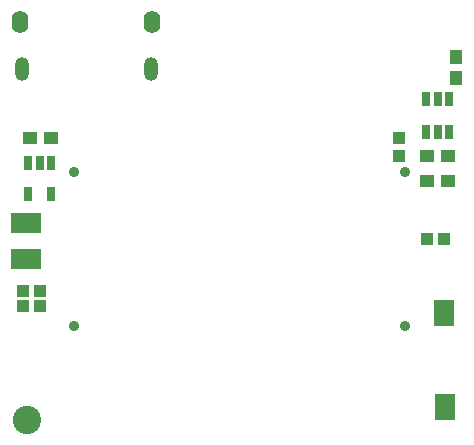
<source format=gts>
G04*
G04 #@! TF.GenerationSoftware,Altium Limited,Altium Designer,21.5.1 (32)*
G04*
G04 Layer_Color=8388736*
%FSLAX25Y25*%
%MOIN*%
G70*
G04*
G04 #@! TF.SameCoordinates,038A9873-0345-4B3A-900E-8F7FEBA65CAA*
G04*
G04*
G04 #@! TF.FilePolarity,Negative*
G04*
G01*
G75*
%ADD23R,0.06706X0.08674*%
%ADD24R,0.03950X0.04147*%
%ADD25R,0.04600X0.04300*%
%ADD26R,0.04300X0.04600*%
%ADD27R,0.02572X0.04737*%
%ADD28R,0.04147X0.03950*%
%ADD29R,0.09855X0.07099*%
%ADD30R,0.02965X0.04737*%
%ADD31C,0.03556*%
%ADD32C,0.09461*%
%ADD33O,0.04737X0.07887*%
%ADD34O,0.05524X0.07493*%
D23*
X147100Y43600D02*
D03*
X147178Y12369D02*
D03*
D24*
X12374Y50952D02*
D03*
X6625D02*
D03*
X141426Y68300D02*
D03*
X147174D02*
D03*
X6601Y45960D02*
D03*
X12349D02*
D03*
D25*
X141500Y87700D02*
D03*
X148400D02*
D03*
X141500Y96100D02*
D03*
X148400D02*
D03*
X9000Y102000D02*
D03*
X15900D02*
D03*
D26*
X151100Y121900D02*
D03*
Y128800D02*
D03*
D27*
X148640Y114900D02*
D03*
X144900Y114900D02*
D03*
X141160D02*
D03*
X141160Y103900D02*
D03*
X144900D02*
D03*
X148640D02*
D03*
D28*
X132100Y96100D02*
D03*
Y101848D02*
D03*
D29*
X7700Y73702D02*
D03*
Y61498D02*
D03*
D30*
X15940Y93600D02*
D03*
X12200D02*
D03*
X8460D02*
D03*
Y83364D02*
D03*
X15940D02*
D03*
D31*
X23622Y90551D02*
D03*
Y39370D02*
D03*
X133858D02*
D03*
Y90551D02*
D03*
D32*
X7874Y7874D02*
D03*
D33*
X6200Y124852D02*
D03*
X49294D02*
D03*
D34*
X5700Y140600D02*
D03*
X49794Y140600D02*
D03*
M02*

</source>
